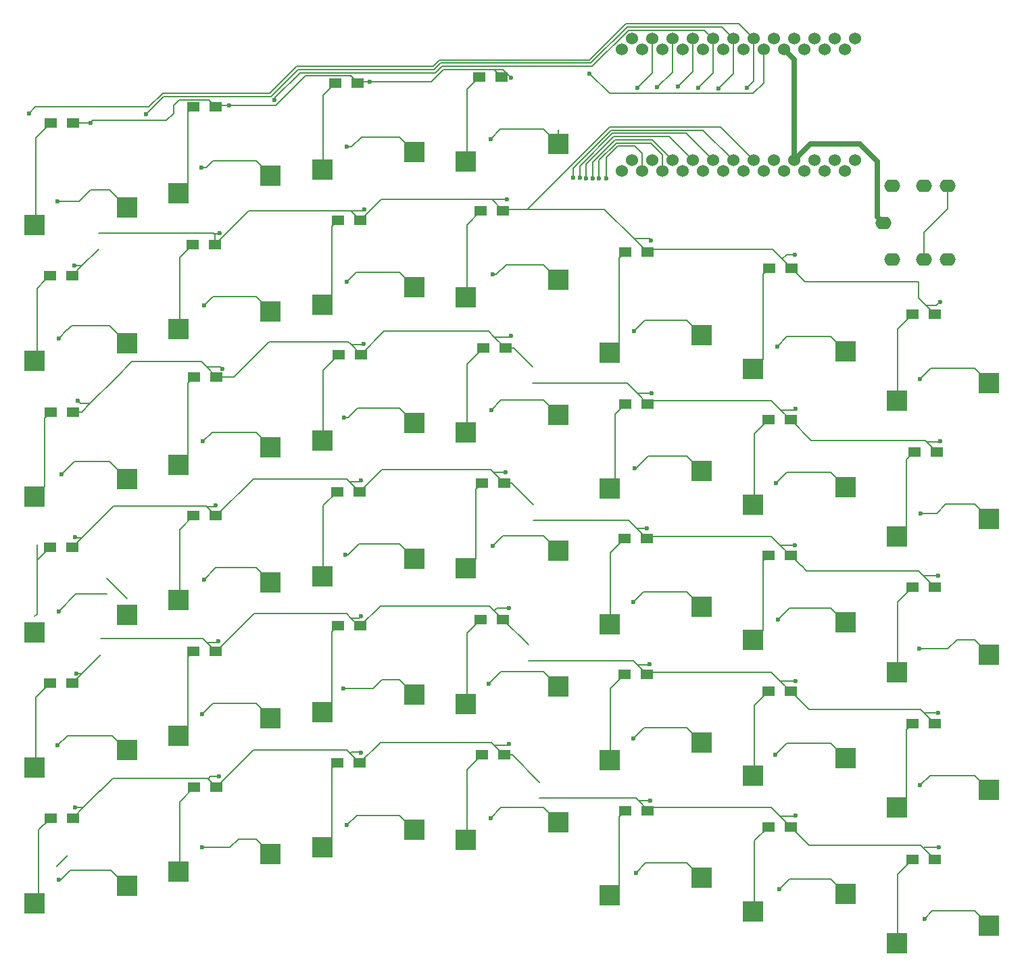
<source format=gtl>
G04 #@! TF.GenerationSoftware,KiCad,Pcbnew,8.0.3*
G04 #@! TF.CreationDate,2024-11-05T20:03:27+01:00*
G04 #@! TF.ProjectId,vitter-kb,76697474-6572-42d6-9b62-2e6b69636164,rev?*
G04 #@! TF.SameCoordinates,Original*
G04 #@! TF.FileFunction,Copper,L1,Top*
G04 #@! TF.FilePolarity,Positive*
%FSLAX46Y46*%
G04 Gerber Fmt 4.6, Leading zero omitted, Abs format (unit mm)*
G04 Created by KiCad (PCBNEW 8.0.3) date 2024-11-05 20:03:27*
%MOMM*%
%LPD*%
G01*
G04 APERTURE LIST*
G04 #@! TA.AperFunction,SMDPad,CuDef*
%ADD10R,2.600000X2.600000*%
G04 #@! TD*
G04 #@! TA.AperFunction,SMDPad,CuDef*
%ADD11R,1.600000X1.200000*%
G04 #@! TD*
G04 #@! TA.AperFunction,ComponentPad*
%ADD12O,2.000000X1.600000*%
G04 #@! TD*
G04 #@! TA.AperFunction,ComponentPad*
%ADD13C,1.524000*%
G04 #@! TD*
G04 #@! TA.AperFunction,ViaPad*
%ADD14C,0.600000*%
G04 #@! TD*
G04 #@! TA.AperFunction,Conductor*
%ADD15C,0.200000*%
G04 #@! TD*
G04 #@! TA.AperFunction,Conductor*
%ADD16C,0.700000*%
G04 #@! TD*
G04 APERTURE END LIST*
D10*
X123325000Y-107600000D03*
X134875000Y-105400000D03*
X51325000Y-68600000D03*
X62875000Y-66400000D03*
X87325000Y-132600000D03*
X98875000Y-130400000D03*
X123325000Y-124600000D03*
X134875000Y-122400000D03*
X105325000Y-122600000D03*
X116875000Y-120400000D03*
X105325000Y-139600000D03*
X116875000Y-137400000D03*
X51325000Y-51600000D03*
X62875000Y-49400000D03*
D11*
X92000000Y-105000000D03*
X89200000Y-105000000D03*
D10*
X69325000Y-99600000D03*
X80875000Y-97400000D03*
D11*
X55900000Y-58000000D03*
X53100000Y-58000000D03*
D10*
X141325000Y-94600000D03*
X152875000Y-92400000D03*
D11*
X128100000Y-61000000D03*
X125300000Y-61000000D03*
D10*
X87325000Y-47600000D03*
X98875000Y-45400000D03*
X69325000Y-65600000D03*
X80875000Y-63400000D03*
X51325000Y-136600000D03*
X62875000Y-134400000D03*
D11*
X92100000Y-122000000D03*
X89300000Y-122000000D03*
X92300000Y-71000000D03*
X89500000Y-71000000D03*
X74000000Y-89000000D03*
X71200000Y-89000000D03*
X38000000Y-96000000D03*
X35200000Y-96000000D03*
X91800000Y-37000000D03*
X89000000Y-37000000D03*
X146100000Y-66800000D03*
X143300000Y-66800000D03*
X74100000Y-55000000D03*
X71300000Y-55000000D03*
X56000000Y-92000000D03*
X53200000Y-92000000D03*
D10*
X33325000Y-106600000D03*
X44875000Y-104400000D03*
D11*
X110000000Y-111900000D03*
X107200000Y-111900000D03*
D10*
X51325000Y-119600000D03*
X62875000Y-117400000D03*
D11*
X56000000Y-40800000D03*
X53200000Y-40800000D03*
X110100000Y-78000000D03*
X107300000Y-78000000D03*
D12*
X139600000Y-55300000D03*
X140700000Y-59900000D03*
X144700000Y-59900000D03*
X147700000Y-59900000D03*
D11*
X146100000Y-118100000D03*
X143300000Y-118100000D03*
D10*
X123325000Y-90600000D03*
X134875000Y-88400000D03*
X87325000Y-98600000D03*
X98875000Y-96400000D03*
D11*
X146100000Y-135100000D03*
X143300000Y-135100000D03*
X128000000Y-97000000D03*
X125200000Y-97000000D03*
X74100000Y-105800000D03*
X71300000Y-105800000D03*
X38000000Y-113000000D03*
X35200000Y-113000000D03*
X56000000Y-109000000D03*
X53200000Y-109000000D03*
X92100000Y-87900000D03*
X89300000Y-87900000D03*
X146300000Y-84000000D03*
X143500000Y-84000000D03*
X38100000Y-42800000D03*
X35300000Y-42800000D03*
D10*
X33325000Y-140600000D03*
X44875000Y-138400000D03*
D11*
X74000000Y-123000000D03*
X71200000Y-123000000D03*
D10*
X69325000Y-116600000D03*
X80875000Y-114400000D03*
X141325000Y-77600000D03*
X152875000Y-75400000D03*
X87325000Y-115600000D03*
X98875000Y-113400000D03*
X105325000Y-88600000D03*
X116875000Y-86400000D03*
X87325000Y-64600000D03*
X98875000Y-62400000D03*
X51325000Y-85600000D03*
X62875000Y-83400000D03*
D11*
X128000000Y-131000000D03*
X125200000Y-131000000D03*
D10*
X33325000Y-89600000D03*
X44875000Y-87400000D03*
X69325000Y-48600000D03*
X80875000Y-46400000D03*
X141325000Y-128600000D03*
X152875000Y-126400000D03*
D11*
X110100000Y-59000000D03*
X107300000Y-59000000D03*
D10*
X33325000Y-123600000D03*
X44875000Y-121400000D03*
D11*
X128000000Y-80000000D03*
X125200000Y-80000000D03*
X146100000Y-101000000D03*
X143300000Y-101000000D03*
X38100000Y-129900000D03*
X35300000Y-129900000D03*
D10*
X33325000Y-72600000D03*
X44875000Y-70400000D03*
D11*
X110000000Y-94900000D03*
X107200000Y-94900000D03*
D10*
X69325000Y-82600000D03*
X80875000Y-80400000D03*
X33325000Y-55600000D03*
X44875000Y-53400000D03*
D11*
X73800000Y-37800000D03*
X71000000Y-37800000D03*
D10*
X105325000Y-71600000D03*
X116875000Y-69400000D03*
X69325000Y-133600000D03*
X80875000Y-131400000D03*
X123325000Y-141600000D03*
X134875000Y-139400000D03*
D11*
X74200000Y-71800000D03*
X71400000Y-71800000D03*
D10*
X123325000Y-73600000D03*
X134875000Y-71400000D03*
D11*
X56100000Y-126000000D03*
X53300000Y-126000000D03*
D10*
X87325000Y-81600000D03*
X98875000Y-79400000D03*
D11*
X110100000Y-129000000D03*
X107300000Y-129000000D03*
D10*
X105325000Y-105600000D03*
X116875000Y-103400000D03*
D11*
X92000000Y-53800000D03*
X89200000Y-53800000D03*
X38000000Y-61900000D03*
X35200000Y-61900000D03*
D10*
X141325000Y-145600000D03*
X152875000Y-143400000D03*
X51325000Y-102600000D03*
X62875000Y-100400000D03*
D11*
X128000000Y-114000000D03*
X125200000Y-114000000D03*
D10*
X141325000Y-111600000D03*
X152875000Y-109400000D03*
D12*
X139600000Y-55300000D03*
X140700000Y-50700000D03*
X144700000Y-50700000D03*
X147700000Y-50700000D03*
D13*
X134784500Y-48777500D03*
X136054500Y-32231100D03*
X132244500Y-48777500D03*
X133514500Y-32231100D03*
X129704500Y-48777500D03*
X130974500Y-32231100D03*
X127164500Y-48777500D03*
X128434500Y-32231100D03*
X124624500Y-48777500D03*
X125894500Y-32231100D03*
X122084500Y-48777500D03*
X123354500Y-32231100D03*
X119544500Y-48777500D03*
X120814500Y-32231100D03*
X117004500Y-48777500D03*
X118274500Y-32231100D03*
X114464500Y-48777500D03*
X115734500Y-32231100D03*
X111924500Y-48777500D03*
X113194500Y-32231100D03*
X109384500Y-48777500D03*
X110654500Y-32231100D03*
X106844500Y-48777500D03*
X108114500Y-32231100D03*
X108114500Y-47451100D03*
X106844500Y-33537500D03*
X110654500Y-47451100D03*
X109384500Y-33537500D03*
X113194500Y-47451100D03*
X111924500Y-33537500D03*
X115734500Y-47451100D03*
X114464500Y-33537500D03*
X118274500Y-47451100D03*
X117004500Y-33537500D03*
X120814500Y-47451100D03*
X119544500Y-33537500D03*
X123354500Y-47451100D03*
X122084500Y-33537500D03*
X125894500Y-47451100D03*
X124624500Y-33537500D03*
X128434500Y-47451100D03*
X127164500Y-33537500D03*
X130974500Y-47451100D03*
X129704500Y-33537500D03*
X133514500Y-47451100D03*
X132244500Y-33537500D03*
X136054500Y-47451100D03*
X134784500Y-33537500D03*
D11*
X38100000Y-79000000D03*
X35300000Y-79000000D03*
X56100000Y-74600000D03*
X53300000Y-74600000D03*
D14*
X36300000Y-104000000D03*
X36200000Y-52600000D03*
X122500000Y-38400000D03*
X36200000Y-120800000D03*
X36300000Y-69800000D03*
X36700000Y-86800000D03*
X32600000Y-41600000D03*
X36300000Y-137600000D03*
X54500000Y-100000000D03*
X54300000Y-116900000D03*
X118944500Y-38500000D03*
X47300000Y-41700000D03*
X54500000Y-65700000D03*
X54200000Y-48400000D03*
X54300000Y-133600000D03*
X54400000Y-82700000D03*
X72000000Y-113700000D03*
X72100000Y-79700000D03*
X72200000Y-96900000D03*
X72400000Y-62700000D03*
X72400000Y-130800000D03*
X63323385Y-39928085D03*
X116400000Y-38400000D03*
X72400000Y-45800000D03*
X90400000Y-44800000D03*
X113900000Y-38200000D03*
X90700000Y-95800000D03*
X90700000Y-61800000D03*
X90500000Y-78800000D03*
X90200000Y-113100000D03*
X90400000Y-129900000D03*
X108500000Y-86100000D03*
X108600000Y-136800000D03*
X111300000Y-38300000D03*
X104000000Y-49700000D03*
X108300000Y-102800000D03*
X108400000Y-68900000D03*
X108300000Y-119900000D03*
X126100000Y-122000000D03*
X104900000Y-49700000D03*
X126400000Y-105000000D03*
X108784500Y-38400000D03*
X126300000Y-70800000D03*
X126600000Y-138800000D03*
X126200000Y-87900000D03*
X144200000Y-125800000D03*
X144300000Y-91700000D03*
X144200000Y-74900000D03*
X144800000Y-142500000D03*
X144100000Y-108700000D03*
X128500000Y-95700000D03*
X92300000Y-86600000D03*
X110000000Y-93600000D03*
X56000000Y-90700000D03*
X146500000Y-99500000D03*
X38400000Y-94700000D03*
X101575734Y-49675737D03*
X74200000Y-87600000D03*
X38400000Y-128600000D03*
X92700000Y-120600000D03*
X56400000Y-124700000D03*
X128600000Y-129600000D03*
X146600000Y-133600000D03*
X74200000Y-121700000D03*
X103200000Y-49700000D03*
X110400000Y-127700000D03*
X146500000Y-116700000D03*
X128600000Y-112700000D03*
X38500000Y-111800000D03*
X92700000Y-103600000D03*
X102400000Y-49700000D03*
X74200000Y-104600000D03*
X56300000Y-107700000D03*
X110300000Y-110600000D03*
X38700000Y-77600000D03*
X74500000Y-70500000D03*
X146700000Y-82700000D03*
X128600000Y-78600000D03*
X110600000Y-76700000D03*
X56800000Y-73600000D03*
X93000000Y-69500000D03*
X100725734Y-49625737D03*
X93000000Y-37100000D03*
X102800000Y-36600000D03*
X75300000Y-37600000D03*
X57700000Y-40604700D03*
X40300000Y-42800000D03*
X38300000Y-60700000D03*
X110500000Y-57500000D03*
X128500000Y-59300000D03*
X146700000Y-65200000D03*
X56500000Y-56600000D03*
X74600000Y-53600000D03*
X92500000Y-52400000D03*
D15*
X38300000Y-85200000D02*
X42675000Y-85200000D01*
X49334314Y-39100000D02*
X62737255Y-39100000D01*
X102812333Y-34900000D02*
X107343233Y-30369100D01*
X36700000Y-86800000D02*
X38300000Y-85200000D01*
X43025000Y-119550000D02*
X44875000Y-121400000D01*
X42675000Y-85200000D02*
X44875000Y-87400000D01*
X36300000Y-137600000D02*
X36569644Y-137600000D01*
X36300000Y-104000000D02*
X38449100Y-101850900D01*
X36100000Y-135900000D02*
X37450000Y-134550000D01*
X42875000Y-136400000D02*
X44875000Y-138400000D01*
X36200000Y-120800000D02*
X37450000Y-119550000D01*
X37769644Y-136400000D02*
X42875000Y-136400000D01*
X32600000Y-41600000D02*
X33400000Y-40800000D01*
X47634314Y-40800000D02*
X49334314Y-39100000D01*
X84002942Y-34900000D02*
X102812333Y-34900000D01*
X38900000Y-52600000D02*
X40300000Y-51200000D01*
X42675000Y-68200000D02*
X37969644Y-68200000D01*
X83202942Y-35700000D02*
X84002942Y-34900000D01*
X37969644Y-68200000D02*
X37455144Y-68714500D01*
X121492500Y-30369100D02*
X123354500Y-32231100D01*
X37385500Y-68714500D02*
X36300000Y-69800000D01*
X37455144Y-68714500D02*
X37385500Y-68714500D01*
X107343233Y-30369100D02*
X121492500Y-30369100D01*
X33400000Y-40800000D02*
X47634314Y-40800000D01*
X37450000Y-119550000D02*
X43025000Y-119550000D01*
X36200000Y-52600000D02*
X38900000Y-52600000D01*
X62737255Y-39100000D02*
X66137255Y-35700000D01*
X42325900Y-99850900D02*
X44875000Y-102400000D01*
X36569644Y-137600000D02*
X37769644Y-136400000D01*
X40300000Y-51200000D02*
X42675000Y-51200000D01*
X123354500Y-37545500D02*
X123354500Y-32231100D01*
X44875000Y-70400000D02*
X42675000Y-68200000D01*
X66137255Y-35700000D02*
X83202942Y-35700000D01*
X38449100Y-101850900D02*
X42325900Y-101850900D01*
X122500000Y-38400000D02*
X123354500Y-37545500D01*
X42675000Y-51200000D02*
X44875000Y-53400000D01*
X33600000Y-63500000D02*
X34535500Y-62564500D01*
X34535500Y-62564500D02*
X35200000Y-61900000D01*
X33325000Y-72600000D02*
X33600000Y-72325000D01*
X33600000Y-72325000D02*
X33600000Y-63500000D01*
X84168628Y-35300000D02*
X102978019Y-35300000D01*
X61025000Y-47550000D02*
X62875000Y-49400000D01*
X55650000Y-115550000D02*
X61025000Y-115550000D01*
X57783705Y-133600000D02*
X58833705Y-132550000D01*
X54800000Y-48400000D02*
X55650000Y-47550000D01*
X66302941Y-36100000D02*
X83368628Y-36100000D01*
X55950000Y-98550000D02*
X61025000Y-98550000D01*
X58833705Y-132550000D02*
X61025000Y-132550000D01*
X54400000Y-82700000D02*
X55550000Y-81550000D01*
X119352500Y-30769100D02*
X120814500Y-32231100D01*
X61025000Y-64550000D02*
X55650000Y-64550000D01*
X61025000Y-115550000D02*
X62875000Y-117400000D01*
X62875000Y-66400000D02*
X61025000Y-64550000D01*
X118944500Y-38500000D02*
X120814500Y-36630000D01*
X55650000Y-64550000D02*
X54500000Y-65700000D01*
X55550000Y-81550000D02*
X61025000Y-81550000D01*
X61025000Y-81550000D02*
X62875000Y-83400000D01*
X83368628Y-36100000D02*
X84168628Y-35300000D01*
X47300000Y-41700000D02*
X49500000Y-39500000D01*
X54300000Y-116900000D02*
X55650000Y-115550000D01*
X102978019Y-35300000D02*
X107508919Y-30769100D01*
X61025000Y-132550000D02*
X62875000Y-134400000D01*
X54500000Y-100000000D02*
X55950000Y-98550000D01*
X54300000Y-133600000D02*
X57783705Y-133600000D01*
X120814500Y-36630000D02*
X120814500Y-32231100D01*
X55650000Y-47550000D02*
X61025000Y-47550000D01*
X62902941Y-39500000D02*
X66302941Y-36100000D01*
X107508919Y-30769100D02*
X119352500Y-30769100D01*
X49500000Y-39500000D02*
X62902941Y-39500000D01*
X54200000Y-48400000D02*
X54800000Y-48400000D01*
X61025000Y-98550000D02*
X62875000Y-100400000D01*
X66525000Y-36500000D02*
X83534314Y-36500000D01*
X72200000Y-96900000D02*
X72600000Y-96900000D01*
X79025000Y-44550000D02*
X80875000Y-46400000D01*
X73550000Y-61550000D02*
X79025000Y-61550000D01*
X103143705Y-35700000D02*
X107674605Y-31169100D01*
X72400000Y-62700000D02*
X73550000Y-61550000D01*
X72400000Y-45800000D02*
X73000000Y-45800000D01*
X116400000Y-38400000D02*
X118274500Y-36525500D01*
X83534314Y-36500000D02*
X84334314Y-35700000D01*
X84334314Y-35700000D02*
X103143705Y-35700000D01*
X79025000Y-129550000D02*
X80875000Y-131400000D01*
X75683705Y-113700000D02*
X76833705Y-112550000D01*
X117212500Y-31169100D02*
X118274500Y-32231100D01*
X72000000Y-113700000D02*
X75683705Y-113700000D01*
X63323385Y-39928085D02*
X63323385Y-39701615D01*
X72600000Y-79700000D02*
X73750000Y-78550000D01*
X76833705Y-112550000D02*
X79025000Y-112550000D01*
X72600000Y-96900000D02*
X73950000Y-95550000D01*
X74250000Y-44550000D02*
X79025000Y-44550000D01*
X79025000Y-61550000D02*
X80875000Y-63400000D01*
X72100000Y-79700000D02*
X72600000Y-79700000D01*
X118274500Y-36525500D02*
X118274500Y-32231100D01*
X72400000Y-130800000D02*
X73650000Y-129550000D01*
X73000000Y-45800000D02*
X74250000Y-44550000D01*
X73750000Y-78550000D02*
X79025000Y-78550000D01*
X73950000Y-95550000D02*
X79025000Y-95550000D01*
X79025000Y-112550000D02*
X80875000Y-114400000D01*
X79025000Y-78550000D02*
X80875000Y-80400000D01*
X79025000Y-95550000D02*
X80875000Y-97400000D01*
X107674605Y-31169100D02*
X117212500Y-31169100D01*
X63323385Y-39701615D02*
X66525000Y-36500000D01*
X73650000Y-129550000D02*
X79025000Y-129550000D01*
X70535500Y-55764500D02*
X71300000Y-55000000D01*
X70535500Y-64389500D02*
X70535500Y-55764500D01*
X69325000Y-65600000D02*
X70535500Y-64389500D01*
X115734500Y-36365500D02*
X115734500Y-32231100D01*
X90700000Y-61800000D02*
X91100000Y-61800000D01*
X91950000Y-94550000D02*
X97025000Y-94550000D01*
X90400000Y-44800000D02*
X91650000Y-43550000D01*
X97025000Y-128550000D02*
X98875000Y-130400000D01*
X91750000Y-77550000D02*
X97025000Y-77550000D01*
X98875000Y-45400000D02*
X98875000Y-43625000D01*
X90700000Y-95800000D02*
X91950000Y-94550000D01*
X91750000Y-111550000D02*
X97025000Y-111550000D01*
X97025000Y-94550000D02*
X98875000Y-96400000D01*
X91100000Y-61800000D02*
X92350000Y-60550000D01*
X97025000Y-60550000D02*
X98875000Y-62400000D01*
X91750000Y-128550000D02*
X97025000Y-128550000D01*
X92350000Y-60550000D02*
X97025000Y-60550000D01*
X90500000Y-78800000D02*
X91750000Y-77550000D01*
X97025000Y-77550000D02*
X98875000Y-79400000D01*
X91650000Y-43550000D02*
X97025000Y-43550000D01*
X90400000Y-129900000D02*
X91750000Y-128550000D01*
X90200000Y-113100000D02*
X91750000Y-111550000D01*
X113900000Y-38200000D02*
X115734500Y-36365500D01*
X97025000Y-111550000D02*
X98875000Y-113400000D01*
X97025000Y-43550000D02*
X98875000Y-45400000D01*
X87325000Y-64600000D02*
X87450000Y-64475000D01*
X87450000Y-55550000D02*
X89200000Y-53800000D01*
X87450000Y-64475000D02*
X87450000Y-55550000D01*
X110477714Y-45300000D02*
X111924500Y-46746786D01*
X113194500Y-36405500D02*
X113194500Y-32231100D01*
X106165686Y-45300000D02*
X110477714Y-45300000D01*
X108600000Y-136800000D02*
X109850000Y-135550000D01*
X104000000Y-47465686D02*
X106165686Y-45300000D01*
X111924500Y-46746786D02*
X111924500Y-48777500D01*
X108600000Y-86100000D02*
X110150000Y-84550000D01*
X108300000Y-102800000D02*
X109550000Y-101550000D01*
X108400000Y-68900000D02*
X109750000Y-67550000D01*
X115025000Y-67550000D02*
X116875000Y-69400000D01*
X109750000Y-67550000D02*
X115025000Y-67550000D01*
X108500000Y-86100000D02*
X108600000Y-86100000D01*
X108300000Y-119900000D02*
X109650000Y-118550000D01*
X111300000Y-38300000D02*
X113194500Y-36405500D01*
X109550000Y-101550000D02*
X115025000Y-101550000D01*
X115025000Y-118550000D02*
X116875000Y-120400000D01*
X109650000Y-118550000D02*
X115025000Y-118550000D01*
X109850000Y-135550000D02*
X115025000Y-135550000D01*
X115025000Y-84550000D02*
X116875000Y-86400000D01*
X104000000Y-49700000D02*
X104000000Y-47465686D01*
X115025000Y-101550000D02*
X116875000Y-103400000D01*
X110150000Y-84550000D02*
X115025000Y-84550000D01*
X115025000Y-135550000D02*
X116875000Y-137400000D01*
X106535500Y-59764500D02*
X107300000Y-59000000D01*
X106535500Y-70389500D02*
X106535500Y-59764500D01*
X105325000Y-71600000D02*
X106535500Y-70389500D01*
X124535500Y-72389500D02*
X124535500Y-61764500D01*
X124535500Y-61764500D02*
X125300000Y-61000000D01*
X123325000Y-73600000D02*
X124535500Y-72389500D01*
X133025000Y-86550000D02*
X134875000Y-88400000D01*
X127850000Y-137550000D02*
X133025000Y-137550000D01*
X126300000Y-70800000D02*
X127550000Y-69550000D01*
X127550000Y-86550000D02*
X133025000Y-86550000D01*
X133025000Y-103550000D02*
X134875000Y-105400000D01*
X109384500Y-46584500D02*
X109384500Y-48777500D01*
X126200000Y-87900000D02*
X127550000Y-86550000D01*
X127550000Y-69550000D02*
X133025000Y-69550000D01*
X133025000Y-120550000D02*
X134875000Y-122400000D01*
X104900000Y-49700000D02*
X104900000Y-47131372D01*
X133025000Y-69550000D02*
X134875000Y-71400000D01*
X126400000Y-105000000D02*
X127850000Y-103550000D01*
X108500000Y-45700000D02*
X109384500Y-46584500D01*
X104900000Y-47131372D02*
X106331372Y-45700000D01*
X108784500Y-38400000D02*
X110654500Y-36530000D01*
X110654500Y-36530000D02*
X110654500Y-32231100D01*
X106331372Y-45700000D02*
X108500000Y-45700000D01*
X126100000Y-122000000D02*
X127550000Y-120550000D01*
X133025000Y-137550000D02*
X134875000Y-139400000D01*
X126600000Y-138800000D02*
X127850000Y-137550000D01*
X127850000Y-103550000D02*
X133025000Y-103550000D01*
X127550000Y-120550000D02*
X133025000Y-120550000D01*
X141450000Y-68650000D02*
X143300000Y-66800000D01*
X141325000Y-77600000D02*
X141450000Y-77475000D01*
X141450000Y-77475000D02*
X141450000Y-68650000D01*
X144100000Y-108700000D02*
X147683705Y-108700000D01*
X151025000Y-141550000D02*
X152875000Y-143400000D01*
X151025000Y-124550000D02*
X152875000Y-126400000D01*
X144800000Y-142500000D02*
X145750000Y-141550000D01*
X145550000Y-73550000D02*
X151025000Y-73550000D01*
X144200000Y-125800000D02*
X145450000Y-124550000D01*
X148833705Y-107550000D02*
X151025000Y-107550000D01*
X151025000Y-90550000D02*
X152875000Y-92400000D01*
X146283705Y-91700000D02*
X147433705Y-90550000D01*
X144300000Y-91700000D02*
X146283705Y-91700000D01*
X144200000Y-74900000D02*
X145550000Y-73550000D01*
X147683705Y-108700000D02*
X148833705Y-107550000D01*
X151025000Y-107550000D02*
X152875000Y-109400000D01*
X145750000Y-141550000D02*
X151025000Y-141550000D01*
X145450000Y-124550000D02*
X151025000Y-124550000D01*
X151025000Y-73550000D02*
X152875000Y-75400000D01*
X147433705Y-90550000D02*
X151025000Y-90550000D01*
X33325000Y-89600000D02*
X34535500Y-88389500D01*
X34535500Y-88389500D02*
X34535500Y-79764500D01*
X34535500Y-79764500D02*
X35300000Y-79000000D01*
X52535500Y-84389500D02*
X52535500Y-75364500D01*
X52535500Y-75364500D02*
X53300000Y-74600000D01*
X51325000Y-85600000D02*
X52535500Y-84389500D01*
X69325000Y-82600000D02*
X69450000Y-82475000D01*
X69450000Y-82475000D02*
X69450000Y-73750000D01*
X69450000Y-73750000D02*
X71400000Y-71800000D01*
X87450000Y-81475000D02*
X87450000Y-73050000D01*
X87450000Y-73050000D02*
X89500000Y-71000000D01*
X87325000Y-81600000D02*
X87450000Y-81475000D01*
X105325000Y-88600000D02*
X105983705Y-87941295D01*
X105983705Y-87941295D02*
X105983705Y-79316295D01*
X105983705Y-79316295D02*
X107300000Y-78000000D01*
X123450000Y-81750000D02*
X125200000Y-80000000D01*
X123450000Y-90475000D02*
X123450000Y-81750000D01*
X123325000Y-90600000D02*
X123450000Y-90475000D01*
X141325000Y-94600000D02*
X142535500Y-93389500D01*
X142535500Y-84964500D02*
X143500000Y-84000000D01*
X142535500Y-93389500D02*
X142535500Y-84964500D01*
X33600000Y-104325000D02*
X33600000Y-95600000D01*
X33600000Y-97600000D02*
X35200000Y-96000000D01*
X33325000Y-104600000D02*
X33600000Y-104325000D01*
X51450000Y-102475000D02*
X51450000Y-93750000D01*
X51325000Y-102600000D02*
X51450000Y-102475000D01*
X51450000Y-93750000D02*
X53200000Y-92000000D01*
X69450000Y-90750000D02*
X71200000Y-89000000D01*
X69450000Y-99475000D02*
X69450000Y-90750000D01*
X69325000Y-99600000D02*
X69450000Y-99475000D01*
X87325000Y-98600000D02*
X88535500Y-97389500D01*
X88535500Y-97389500D02*
X88535500Y-88664500D01*
X88535500Y-88664500D02*
X89300000Y-87900000D01*
X105325000Y-105600000D02*
X105450000Y-105475000D01*
X105450000Y-105475000D02*
X105450000Y-96650000D01*
X105450000Y-96650000D02*
X107200000Y-94900000D01*
X124535500Y-97664500D02*
X125200000Y-97000000D01*
X124535500Y-106389500D02*
X124535500Y-97664500D01*
X123325000Y-107600000D02*
X124535500Y-106389500D01*
X141450000Y-102850000D02*
X143300000Y-101000000D01*
X141325000Y-111600000D02*
X141450000Y-111475000D01*
X141450000Y-111475000D02*
X141450000Y-102850000D01*
X33325000Y-123600000D02*
X33450000Y-123475000D01*
X33450000Y-123475000D02*
X33450000Y-114750000D01*
X33450000Y-114750000D02*
X35200000Y-113000000D01*
X33325000Y-123600000D02*
X33600000Y-123325000D01*
X52535500Y-118389500D02*
X52535500Y-109664500D01*
X52535500Y-109664500D02*
X53200000Y-109000000D01*
X51325000Y-119600000D02*
X52535500Y-118389500D01*
X70535500Y-115389500D02*
X70535500Y-106564500D01*
X69325000Y-116600000D02*
X70535500Y-115389500D01*
X70535500Y-106564500D02*
X71300000Y-105800000D01*
X87450000Y-106750000D02*
X89200000Y-105000000D01*
X87325000Y-115600000D02*
X87450000Y-115475000D01*
X87450000Y-115475000D02*
X87450000Y-106750000D01*
X105450000Y-122475000D02*
X105450000Y-113650000D01*
X105450000Y-113650000D02*
X107200000Y-111900000D01*
X105325000Y-122600000D02*
X105450000Y-122475000D01*
X123450000Y-115750000D02*
X125200000Y-114000000D01*
X123325000Y-124600000D02*
X123450000Y-124475000D01*
X123450000Y-124475000D02*
X123450000Y-115750000D01*
X142535500Y-127389500D02*
X142535500Y-118864500D01*
X142535500Y-118864500D02*
X143300000Y-118100000D01*
X141325000Y-128600000D02*
X142535500Y-127389500D01*
X34535500Y-130664500D02*
X35300000Y-129900000D01*
X33800000Y-140125000D02*
X33800000Y-131400000D01*
X33325000Y-140600000D02*
X33800000Y-140125000D01*
X33800000Y-131400000D02*
X35300000Y-129900000D01*
X51450000Y-136475000D02*
X51450000Y-127850000D01*
X51325000Y-136600000D02*
X51450000Y-136475000D01*
X51450000Y-127850000D02*
X53300000Y-126000000D01*
X69325000Y-133600000D02*
X70535500Y-132389500D01*
X70535500Y-132389500D02*
X70535500Y-123664500D01*
X70535500Y-123664500D02*
X71200000Y-123000000D01*
X87325000Y-132600000D02*
X87450000Y-132475000D01*
X87450000Y-132475000D02*
X87450000Y-123850000D01*
X87450000Y-123850000D02*
X89300000Y-122000000D01*
X106535500Y-129764500D02*
X107300000Y-129000000D01*
X105325000Y-139600000D02*
X106535500Y-138389500D01*
X106535500Y-138389500D02*
X106535500Y-129764500D01*
X123325000Y-141600000D02*
X123450000Y-141475000D01*
X123450000Y-141475000D02*
X123450000Y-132750000D01*
X123450000Y-132750000D02*
X125200000Y-131000000D01*
X141450000Y-145475000D02*
X141450000Y-136950000D01*
X141325000Y-145600000D02*
X141450000Y-145475000D01*
X141450000Y-136950000D02*
X143300000Y-135100000D01*
X33450000Y-55475000D02*
X33450000Y-44650000D01*
X33450000Y-44650000D02*
X35300000Y-42800000D01*
X33325000Y-55600000D02*
X33450000Y-55475000D01*
X51325000Y-51600000D02*
X52535500Y-50389500D01*
X52535500Y-41464500D02*
X53200000Y-40800000D01*
X52535500Y-50389500D02*
X52535500Y-41464500D01*
X69450000Y-48475000D02*
X69450000Y-39350000D01*
X69325000Y-48600000D02*
X69450000Y-48475000D01*
X69450000Y-39350000D02*
X71000000Y-37800000D01*
X87450000Y-47475000D02*
X87450000Y-38550000D01*
X87325000Y-47600000D02*
X87450000Y-47475000D01*
X87450000Y-38550000D02*
X89000000Y-37000000D01*
X144700000Y-56539340D02*
X147700000Y-53539340D01*
X144700000Y-59900000D02*
X144700000Y-56539340D01*
X147700000Y-53539340D02*
X147700000Y-50700000D01*
D16*
X128434500Y-34807500D02*
X127164500Y-33537500D01*
X136700000Y-45400000D02*
X130485600Y-45400000D01*
X139600000Y-55300000D02*
X138900000Y-54600000D01*
X138900000Y-54600000D02*
X138900000Y-47600000D01*
X138900000Y-47600000D02*
X136700000Y-45400000D01*
X130485600Y-45400000D02*
X128434500Y-47451100D01*
X128434500Y-47451100D02*
X128434500Y-34807500D01*
D15*
X92100000Y-87900000D02*
X93100000Y-87900000D01*
X56100000Y-92000000D02*
X60700000Y-87400000D01*
X110295300Y-94604700D02*
X125604700Y-94604700D01*
X107700000Y-92600000D02*
X108550000Y-93450000D01*
X129395300Y-98295300D02*
X130000000Y-98900000D01*
X130000000Y-98900000D02*
X144000000Y-98900000D01*
X95800000Y-92600000D02*
X107700000Y-92600000D01*
X144000000Y-98900000D02*
X144450000Y-99350000D01*
X105668628Y-44100000D02*
X114923400Y-44100000D01*
X74050000Y-87750000D02*
X74200000Y-87600000D01*
X108550000Y-93450000D02*
X108700000Y-93600000D01*
X108700000Y-93600000D02*
X110000000Y-93600000D01*
X101575734Y-48192894D02*
X105668628Y-44100000D01*
X54850000Y-90850000D02*
X56000000Y-92000000D01*
X55850000Y-90850000D02*
X56000000Y-90700000D01*
X144450000Y-99350000D02*
X144600000Y-99500000D01*
X38000000Y-96000000D02*
X39250000Y-94750000D01*
X101575734Y-49675737D02*
X101575734Y-48192894D01*
X38450000Y-94750000D02*
X38400000Y-94700000D01*
X54800000Y-90800000D02*
X54850000Y-90850000D01*
X54850000Y-90850000D02*
X55850000Y-90850000D01*
X90800000Y-86600000D02*
X92300000Y-86600000D01*
X144600000Y-99500000D02*
X146500000Y-99500000D01*
X125604700Y-94604700D02*
X126700000Y-95700000D01*
X39250000Y-94750000D02*
X38450000Y-94750000D01*
X90750000Y-86550000D02*
X92100000Y-87900000D01*
X72750000Y-87750000D02*
X74000000Y-89000000D01*
X108550000Y-93450000D02*
X110000000Y-94900000D01*
X74000000Y-89000000D02*
X76800000Y-86200000D01*
X90750000Y-86550000D02*
X90800000Y-86600000D01*
X90400000Y-86200000D02*
X90750000Y-86550000D01*
X114923400Y-44100000D02*
X118274500Y-47451100D01*
X39250000Y-94750000D02*
X43200000Y-90800000D01*
X60700000Y-87400000D02*
X72400000Y-87400000D01*
X129295300Y-98295300D02*
X129395300Y-98295300D01*
X110000000Y-94900000D02*
X110295300Y-94604700D01*
X72750000Y-87750000D02*
X74050000Y-87750000D01*
X93100000Y-87900000D02*
X95800000Y-90600000D01*
X76800000Y-86200000D02*
X90400000Y-86200000D01*
X43200000Y-90800000D02*
X54800000Y-90800000D01*
X128000000Y-97000000D02*
X129295300Y-98295300D01*
X126700000Y-95700000D02*
X128000000Y-97000000D01*
X72400000Y-87400000D02*
X72750000Y-87750000D01*
X126700000Y-95700000D02*
X128500000Y-95700000D01*
X144450000Y-99350000D02*
X146100000Y-101000000D01*
X56000000Y-92000000D02*
X56100000Y-92000000D01*
X39400000Y-128600000D02*
X38400000Y-128600000D01*
X76600000Y-120400000D02*
X90500000Y-120400000D01*
X55100000Y-124900000D02*
X55300000Y-124700000D01*
X93148329Y-122000000D02*
X96548329Y-125400000D01*
X55300000Y-124700000D02*
X56400000Y-124700000D01*
X73000000Y-121600000D02*
X74100000Y-121600000D01*
X90500000Y-120400000D02*
X90900000Y-120800000D01*
X108950000Y-127750000D02*
X110350000Y-127750000D01*
X43100000Y-124900000D02*
X55000000Y-124900000D01*
X60700000Y-121400000D02*
X72400000Y-121400000D01*
X128000000Y-131000000D02*
X130300000Y-133300000D01*
X72800000Y-121800000D02*
X74000000Y-123000000D01*
X39400000Y-128600000D02*
X41600000Y-126400000D01*
X130300000Y-133300000D02*
X144300000Y-133300000D01*
X38100000Y-129900000D02*
X39400000Y-128600000D01*
X110100000Y-129000000D02*
X110495300Y-128604700D01*
X106000000Y-44900000D02*
X110643400Y-44900000D01*
X90900000Y-120800000D02*
X92500000Y-120800000D01*
X96548329Y-127400000D02*
X108600000Y-127400000D01*
X55000000Y-124900000D02*
X56100000Y-126000000D01*
X144650000Y-133650000D02*
X144700000Y-133600000D01*
X128550000Y-129650000D02*
X128600000Y-129600000D01*
X92100000Y-122000000D02*
X93148329Y-122000000D01*
X103200000Y-49700000D02*
X103200000Y-47700000D01*
X41500000Y-126500000D02*
X43100000Y-124900000D01*
X72400000Y-121400000D02*
X72800000Y-121800000D01*
X103200000Y-47700000D02*
X106000000Y-44900000D01*
X125604700Y-128604700D02*
X126600000Y-129600000D01*
X108600000Y-127400000D02*
X108950000Y-127750000D01*
X56100000Y-126000000D02*
X60700000Y-121400000D01*
X90900000Y-120800000D02*
X92100000Y-122000000D01*
X144700000Y-133600000D02*
X146600000Y-133600000D01*
X72800000Y-121800000D02*
X73000000Y-121600000D01*
X108950000Y-127750000D02*
X110100000Y-128900000D01*
X110350000Y-127750000D02*
X110400000Y-127700000D01*
X110495300Y-128604700D02*
X125604700Y-128604700D01*
X144650000Y-133650000D02*
X146100000Y-135100000D01*
X110100000Y-128900000D02*
X110100000Y-129000000D01*
X74000000Y-123000000D02*
X76600000Y-120400000D01*
X126650000Y-129650000D02*
X128550000Y-129650000D01*
X126600000Y-129600000D02*
X128000000Y-131000000D01*
X74100000Y-121600000D02*
X74200000Y-121700000D01*
X144300000Y-133300000D02*
X144650000Y-133650000D01*
X110643400Y-44900000D02*
X113194500Y-47451100D01*
X126600000Y-129600000D02*
X126650000Y-129650000D01*
X55000000Y-124900000D02*
X55100000Y-124900000D01*
X92500000Y-120800000D02*
X92700000Y-120600000D01*
X144300000Y-116300000D02*
X144750000Y-116750000D01*
X108300000Y-110200000D02*
X108800000Y-110700000D01*
X54900000Y-107900000D02*
X56100000Y-107900000D01*
X126700000Y-112700000D02*
X128600000Y-112700000D01*
X60800000Y-104300000D02*
X72400000Y-104300000D01*
X92000000Y-105000000D02*
X95200000Y-108200000D01*
X108800000Y-110700000D02*
X110200000Y-110700000D01*
X144750000Y-116750000D02*
X146100000Y-118100000D01*
X95200000Y-110200000D02*
X108300000Y-110200000D01*
X110200000Y-110700000D02*
X110300000Y-110600000D01*
X72950000Y-104850000D02*
X73900000Y-105800000D01*
X146450000Y-116750000D02*
X146500000Y-116700000D01*
X76600000Y-103300000D02*
X90300000Y-103300000D01*
X39600000Y-111400000D02*
X39200000Y-111800000D01*
X91200000Y-103600000D02*
X92700000Y-103600000D01*
X130300000Y-116300000D02*
X144300000Y-116300000D01*
X56000000Y-109000000D02*
X56100000Y-109000000D01*
X39600000Y-111400000D02*
X41600000Y-109400000D01*
X90900000Y-103900000D02*
X91200000Y-103600000D01*
X110295300Y-111604700D02*
X125604700Y-111604700D01*
X108800000Y-110700000D02*
X110000000Y-111900000D01*
X110000000Y-111900000D02*
X110295300Y-111604700D01*
X144750000Y-116750000D02*
X146450000Y-116750000D01*
X90900000Y-103900000D02*
X92000000Y-105000000D01*
X73900000Y-105800000D02*
X74100000Y-105800000D01*
X54400000Y-107400000D02*
X54900000Y-107900000D01*
X73950000Y-104850000D02*
X74200000Y-104600000D01*
X102400000Y-47934314D02*
X105834314Y-44500000D01*
X128000000Y-114000000D02*
X130300000Y-116300000D01*
X41600000Y-107400000D02*
X54400000Y-107400000D01*
X74100000Y-105800000D02*
X76600000Y-103300000D01*
X112783400Y-44500000D02*
X115734500Y-47451100D01*
X72400000Y-104300000D02*
X72950000Y-104850000D01*
X105834314Y-44500000D02*
X112783400Y-44500000D01*
X125604700Y-111604700D02*
X126700000Y-112700000D01*
X56100000Y-109000000D02*
X60800000Y-104300000D01*
X126700000Y-112700000D02*
X128000000Y-114000000D01*
X39200000Y-111800000D02*
X38500000Y-111800000D01*
X56100000Y-107900000D02*
X56300000Y-107700000D01*
X72950000Y-104850000D02*
X73950000Y-104850000D01*
X38000000Y-113000000D02*
X39600000Y-111400000D01*
X90300000Y-103300000D02*
X90900000Y-103900000D01*
X54900000Y-107900000D02*
X56000000Y-109000000D01*
X102400000Y-49700000D02*
X102400000Y-47934314D01*
X72600000Y-70200000D02*
X72900000Y-70500000D01*
X74200000Y-71800000D02*
X77100000Y-68900000D01*
X40250000Y-77950000D02*
X43500000Y-74700000D01*
X130600000Y-82600000D02*
X144900000Y-82600000D01*
X38100000Y-79000000D02*
X39200000Y-79000000D01*
X54800000Y-73300000D02*
X56100000Y-74600000D01*
X108800000Y-76700000D02*
X110100000Y-78000000D01*
X74400000Y-70600000D02*
X74500000Y-70500000D01*
X56100000Y-74600000D02*
X58300000Y-74600000D01*
X92900000Y-69600000D02*
X93000000Y-69500000D01*
X54800000Y-73300000D02*
X54850000Y-73350000D01*
X90900000Y-69600000D02*
X92300000Y-71000000D01*
X128000000Y-80000000D02*
X130600000Y-82600000D01*
X92300000Y-71000000D02*
X93300000Y-71000000D01*
X110495300Y-77604700D02*
X125604700Y-77604700D01*
X107500000Y-75400000D02*
X108800000Y-76700000D01*
X144900000Y-82600000D02*
X145000000Y-82700000D01*
X73000000Y-70600000D02*
X74400000Y-70600000D01*
X145100000Y-82800000D02*
X146600000Y-82800000D01*
X45500000Y-72700000D02*
X54200000Y-72700000D01*
X54200000Y-72700000D02*
X54800000Y-73300000D01*
X128400000Y-78800000D02*
X128600000Y-78600000D01*
X62700000Y-70200000D02*
X72600000Y-70200000D01*
X58300000Y-74600000D02*
X62700000Y-70200000D01*
X117063400Y-43700000D02*
X120814500Y-47451100D01*
X126800000Y-78800000D02*
X128400000Y-78800000D01*
X90200000Y-68900000D02*
X90900000Y-69600000D01*
X43500000Y-74700000D02*
X45500000Y-72700000D01*
X100725734Y-48477208D02*
X105502942Y-43700000D01*
X125604700Y-77604700D02*
X126700000Y-78700000D01*
X39050000Y-77950000D02*
X38700000Y-77600000D01*
X72900000Y-70500000D02*
X73000000Y-70600000D01*
X90900000Y-69600000D02*
X92900000Y-69600000D01*
X126700000Y-78700000D02*
X126800000Y-78800000D01*
X145000000Y-82700000D02*
X146300000Y-84000000D01*
X54850000Y-73350000D02*
X56550000Y-73350000D01*
X72900000Y-70500000D02*
X74200000Y-71800000D01*
X93300000Y-71000000D02*
X95700000Y-73400000D01*
X95700000Y-75400000D02*
X107500000Y-75400000D01*
X100725734Y-49625737D02*
X100725734Y-48477208D01*
X40250000Y-77950000D02*
X39050000Y-77950000D01*
X77100000Y-68900000D02*
X90200000Y-68900000D01*
X39200000Y-79000000D02*
X40250000Y-77950000D01*
X126700000Y-78700000D02*
X128000000Y-80000000D01*
X146600000Y-82800000D02*
X146700000Y-82700000D01*
X105502942Y-43700000D02*
X117063400Y-43700000D01*
X108800000Y-76700000D02*
X110600000Y-76700000D01*
X56550000Y-73350000D02*
X56800000Y-73600000D01*
X145000000Y-82700000D02*
X145100000Y-82800000D01*
X110100000Y-78000000D02*
X110495300Y-77604700D01*
X56000000Y-40800000D02*
X56195300Y-40604700D01*
X40300000Y-42800000D02*
X38100000Y-42800000D01*
X67200000Y-36900000D02*
X72900000Y-36900000D01*
X72950000Y-36950000D02*
X72900000Y-36900000D01*
X56195300Y-40604700D02*
X63495300Y-40604700D01*
X124624500Y-37775500D02*
X124624500Y-33537500D01*
X40300000Y-42800000D02*
X40600000Y-42500000D01*
X51400000Y-39900000D02*
X55100000Y-39900000D01*
X50700000Y-41600000D02*
X50700000Y-40600000D01*
X90900000Y-36100000D02*
X91800000Y-37000000D01*
X102800000Y-36600000D02*
X105300000Y-39100000D01*
X40600000Y-42500000D02*
X49800000Y-42500000D01*
X84500000Y-36100000D02*
X90900000Y-36100000D01*
X105300000Y-39100000D02*
X123300000Y-39100000D01*
X92000000Y-36100000D02*
X90900000Y-36100000D01*
X72900000Y-36900000D02*
X73800000Y-37800000D01*
X63495300Y-40604700D02*
X67200000Y-36900000D01*
X73800000Y-37800000D02*
X74000000Y-37800000D01*
X93000000Y-37100000D02*
X92000000Y-36100000D01*
X123300000Y-39100000D02*
X124624500Y-37775500D01*
X50700000Y-40600000D02*
X51400000Y-39900000D01*
X55100000Y-39900000D02*
X56000000Y-40800000D01*
X83000000Y-37600000D02*
X84500000Y-36100000D01*
X74200000Y-37600000D02*
X83000000Y-37600000D01*
X49800000Y-42500000D02*
X50700000Y-41600000D01*
X74000000Y-37800000D02*
X74200000Y-37600000D01*
X93700000Y-53604700D02*
X97995300Y-53604700D01*
X123354500Y-47451100D02*
X119203400Y-43300000D01*
X104700000Y-53600000D02*
X108400000Y-57300000D01*
X146200000Y-65700000D02*
X146700000Y-65200000D01*
X145000000Y-65700000D02*
X144000000Y-64700000D01*
X55700000Y-56600000D02*
X55900000Y-56800000D01*
X76700000Y-52400000D02*
X90600000Y-52400000D01*
X55700000Y-56600000D02*
X55750000Y-56650000D01*
X108400000Y-57300000D02*
X110100000Y-59000000D01*
X127500000Y-59300000D02*
X128500000Y-59300000D01*
X105337256Y-43300000D02*
X95032556Y-53604700D01*
X72900000Y-53800000D02*
X74400000Y-53800000D01*
X144000000Y-64700000D02*
X144000000Y-62700000D01*
X92195300Y-53604700D02*
X93700000Y-53604700D01*
X56450000Y-56650000D02*
X56500000Y-56600000D01*
X60100000Y-53800000D02*
X72900000Y-53800000D01*
X39250000Y-60650000D02*
X41300000Y-58600000D01*
X119203400Y-43300000D02*
X105337256Y-43300000D01*
X51450000Y-68475000D02*
X51450000Y-59650000D01*
X39200000Y-60700000D02*
X38300000Y-60700000D01*
X129800000Y-62700000D02*
X128100000Y-61000000D01*
X110300000Y-57300000D02*
X110500000Y-57500000D01*
X90600000Y-52400000D02*
X92500000Y-52400000D01*
X41300000Y-56600000D02*
X55700000Y-56600000D01*
X51450000Y-59650000D02*
X53100000Y-58000000D01*
X95032556Y-53604700D02*
X93700000Y-53604700D01*
X72900000Y-53800000D02*
X74100000Y-55000000D01*
X146100000Y-66800000D02*
X145000000Y-65700000D01*
X38000000Y-61900000D02*
X39250000Y-60650000D01*
X97995300Y-53604700D02*
X98000000Y-53600000D01*
X39250000Y-60650000D02*
X39200000Y-60700000D01*
X126950000Y-59850000D02*
X127500000Y-59300000D01*
X55750000Y-56650000D02*
X56450000Y-56650000D01*
X98000000Y-53600000D02*
X104700000Y-53600000D01*
X74400000Y-53800000D02*
X74600000Y-53600000D01*
X126950000Y-59850000D02*
X128100000Y-61000000D01*
X125704700Y-58604700D02*
X126950000Y-59850000D01*
X90600000Y-52400000D02*
X92000000Y-53800000D01*
X110100000Y-59000000D02*
X110495300Y-58604700D01*
X74100000Y-55000000D02*
X76700000Y-52400000D01*
X110495300Y-58604700D02*
X125704700Y-58604700D01*
X144000000Y-62700000D02*
X129800000Y-62700000D01*
X55900000Y-56800000D02*
X55900000Y-58000000D01*
X55900000Y-58000000D02*
X60100000Y-53800000D01*
X92000000Y-53800000D02*
X92195300Y-53604700D01*
X51325000Y-68600000D02*
X51450000Y-68475000D01*
X145000000Y-65700000D02*
X146200000Y-65700000D01*
X108400000Y-57300000D02*
X110300000Y-57300000D01*
M02*

</source>
